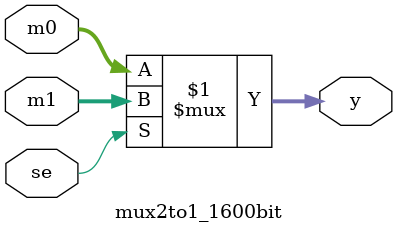
<source format=sv>
/* Keccak Core
	Module: mux2to1_1600
	Date: 31/12/2021
	Author: Tran Cong Tien
	ID: 1810580
*/

module mux2to1_1600bit(m0,m1,se,y);
input	[1599:0] m0, m1;
input  	se;
output	[1599:0] y;

assign y = se ? m1: m0;
endmodule
</source>
